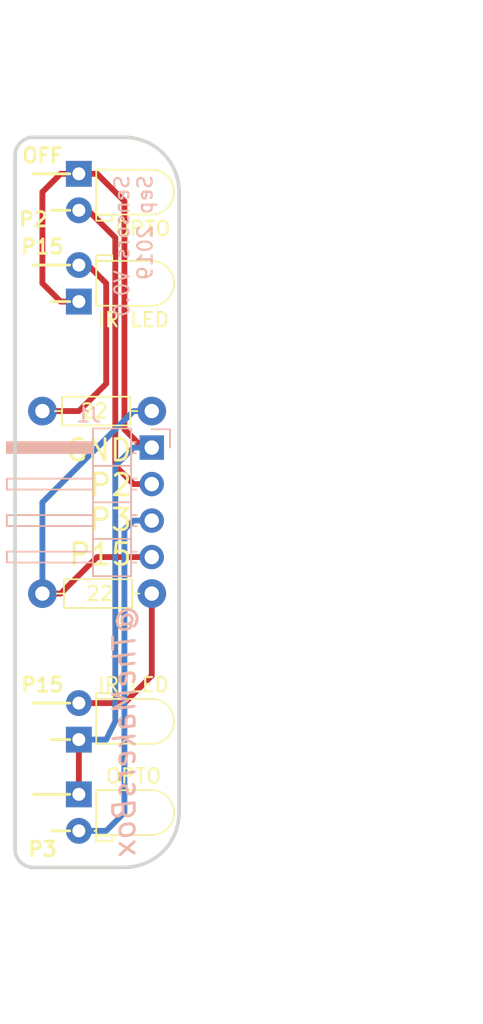
<source format=kicad_pcb>
(kicad_pcb (version 4) (host pcbnew 4.0.7)

  (general
    (links 10)
    (no_connects 0)
    (area 148.462999 63.372999 160.147001 114.427001)
    (thickness 1.6)
    (drawings 23)
    (tracks 40)
    (zones 0)
    (modules 9)
    (nets 7)
  )

  (page USLetter)
  (title_block
    (title "Itsy Robot Board")
    (date 2018-04-28)
    (rev 0.3)
    (company www.MakersBox.us)
    (comment 1 "K. Olsen")
  )

  (layers
    (0 F.Cu signal)
    (31 B.Cu signal)
    (34 B.Paste user)
    (35 F.Paste user)
    (36 B.SilkS user)
    (37 F.SilkS user)
    (38 B.Mask user)
    (39 F.Mask user)
    (40 Dwgs.User user)
    (44 Edge.Cuts user)
    (49 F.Fab user)
  )

  (setup
    (last_trace_width 0.1524)
    (user_trace_width 0.254)
    (user_trace_width 0.3048)
    (user_trace_width 0.4064)
    (user_trace_width 0.6096)
    (user_trace_width 2.032)
    (trace_clearance 0.1524)
    (zone_clearance 1)
    (zone_45_only no)
    (trace_min 0.1524)
    (segment_width 0.254)
    (edge_width 0.254)
    (via_size 0.6858)
    (via_drill 0.3302)
    (via_min_size 0.6858)
    (via_min_drill 0.3302)
    (user_via 1 0.5)
    (uvia_size 0.762)
    (uvia_drill 0.508)
    (uvias_allowed no)
    (uvia_min_size 0.508)
    (uvia_min_drill 0.127)
    (pcb_text_width 0.3)
    (pcb_text_size 1.5 1.5)
    (mod_edge_width 0.15)
    (mod_text_size 1 1)
    (mod_text_width 0.15)
    (pad_size 2 1.778)
    (pad_drill 1)
    (pad_to_mask_clearance 0)
    (aux_axis_origin 0 0)
    (grid_origin 210.82 95.25)
    (visible_elements 7FFFFFFF)
    (pcbplotparams
      (layerselection 0x010f0_80000001)
      (usegerberextensions true)
      (excludeedgelayer true)
      (linewidth 0.100000)
      (plotframeref false)
      (viasonmask false)
      (mode 1)
      (useauxorigin false)
      (hpglpennumber 1)
      (hpglpenspeed 20)
      (hpglpendiameter 15)
      (hpglpenoverlay 2)
      (psnegative false)
      (psa4output false)
      (plotreference true)
      (plotvalue true)
      (plotinvisibletext false)
      (padsonsilk false)
      (subtractmaskfromsilk false)
      (outputformat 1)
      (mirror false)
      (drillshape 0)
      (scaleselection 1)
      (outputdirectory gerbers/))
  )

  (net 0 "")
  (net 1 GND)
  (net 2 "Net-(D2-Pad2)")
  (net 3 "Net-(D5-Pad2)")
  (net 4 /P3)
  (net 5 /P2)
  (net 6 "Net-(J1-Pad4)")

  (net_class Default "This is the default net class."
    (clearance 0.1524)
    (trace_width 0.1524)
    (via_dia 0.6858)
    (via_drill 0.3302)
    (uvia_dia 0.762)
    (uvia_drill 0.508)
    (add_net /P2)
    (add_net /P3)
    (add_net GND)
    (add_net "Net-(D2-Pad2)")
    (add_net "Net-(D5-Pad2)")
    (add_net "Net-(J1-Pad4)")
  )

  (module library:OPTO_D3.0mm_RA (layer F.Cu) (tedit 5D7EB076) (tstamp 59FA757D)
    (at 153.035 111.76 90)
    (descr "LED, diameter 3.0mm z-position of LED center 2.0mm, 2 pins")
    (tags "LED diameter 3.0mm z-position of LED center 2.0mm 2 pins")
    (path /59FA7468)
    (fp_text reference Q2 (at 1.27 2.54 90) (layer F.SilkS) hide
      (effects (font (size 1 1) (thickness 0.15)))
    )
    (fp_text value OPTO (at 3.81 3.81 180) (layer F.SilkS)
      (effects (font (size 1 1) (thickness 0.15)))
    )
    (fp_line (start 2.54 -2.54) (end 2.54 -3.175) (layer F.SilkS) (width 0.2))
    (fp_line (start 0 -0.635) (end 0 -1.905) (layer F.SilkS) (width 0.2))
    (fp_line (start 2.54 -0.635) (end 2.54 -2.54) (layer F.SilkS) (width 0.2))
    (fp_arc (start 1.27 5.07) (end -0.23 5.07) (angle -180) (layer F.Fab) (width 0.1))
    (fp_arc (start 1.27 5.07) (end -0.29 5.07) (angle -180) (layer F.SilkS) (width 0.12))
    (fp_line (start -0.23 1.27) (end -0.23 5.07) (layer F.Fab) (width 0.1))
    (fp_line (start 2.77 1.27) (end 2.77 5.07) (layer F.Fab) (width 0.1))
    (fp_line (start -0.23 1.27) (end 2.77 1.27) (layer F.Fab) (width 0.1))
    (fp_line (start -0.386 1.27) (end -0.386 2.27) (layer F.Fab) (width 0.1))
    (fp_line (start -0.386 2.27) (end -0.786 2.27) (layer F.Fab) (width 0.1))
    (fp_line (start -0.786 2.27) (end -0.786 1.27) (layer F.Fab) (width 0.1))
    (fp_line (start -0.786 1.27) (end -0.386 1.27) (layer F.Fab) (width 0.1))
    (fp_line (start 0 0) (end 0 1.27) (layer F.Fab) (width 0.1))
    (fp_line (start 0 1.27) (end 0 1.27) (layer F.Fab) (width 0.1))
    (fp_line (start 0 1.27) (end 0 0) (layer F.Fab) (width 0.1))
    (fp_line (start 0 0) (end 0 0) (layer F.Fab) (width 0.1))
    (fp_line (start 2.54 0) (end 2.54 1.27) (layer F.Fab) (width 0.1))
    (fp_line (start 2.54 1.27) (end 2.54 0) (layer F.Fab) (width 0.1))
    (fp_line (start 2.54 0) (end 2.54 0) (layer F.Fab) (width 0.1))
    (fp_line (start -0.29 1.21) (end -0.29 5.07) (layer F.SilkS) (width 0.12))
    (fp_line (start 2.83 1.21) (end 2.83 5.07) (layer F.SilkS) (width 0.12))
    (fp_line (start -0.29 1.21) (end 2.83 1.21) (layer F.SilkS) (width 0.12))
    (fp_line (start -0.326 1.21) (end -0.326 2.33) (layer F.SilkS) (width 0.12))
    (fp_line (start -0.326 2.33) (end -0.726 2.33) (layer F.SilkS) (width 0.12))
    (fp_line (start -0.726 2.33) (end -0.726 1.21) (layer F.SilkS) (width 0.12))
    (fp_line (start -0.726 1.21) (end -0.326 1.21) (layer F.SilkS) (width 0.12))
    (fp_line (start 0 1.08) (end 0 1.21) (layer F.SilkS) (width 0.12))
    (fp_line (start 0 1.21) (end 0 1.21) (layer F.SilkS) (width 0.12))
    (fp_line (start 0 1.21) (end 0 1.08) (layer F.SilkS) (width 0.12))
    (fp_line (start 0 1.08) (end 0 1.08) (layer F.SilkS) (width 0.12))
    (fp_line (start -1.25 -1.25) (end -1.25 6.9) (layer F.CrtYd) (width 0.05))
    (fp_line (start -1.25 6.9) (end 3.75 6.9) (layer F.CrtYd) (width 0.05))
    (fp_line (start 3.75 6.9) (end 3.75 -1.25) (layer F.CrtYd) (width 0.05))
    (fp_line (start 3.75 -1.25) (end -1.25 -1.25) (layer F.CrtYd) (width 0.05))
    (pad 1 thru_hole rect (at 2.54 0 90) (size 1.8 1.8) (drill 0.9) (layers *.Cu *.Mask)
      (net 1 GND))
    (pad 3 thru_hole circle (at 0 0 90) (size 1.8 1.8) (drill 0.9) (layers *.Cu *.Mask)
      (net 4 /P3))
    (model ${KISYS3DMOD}/LEDs.3dshapes/LED_D3.0mm_Horizontal_O1.27mm_Z2.0mm.wrl
      (at (xyz 0 0 0))
      (scale (xyz 0.393701 0.393701 0.393701))
      (rotate (xyz 0 0 0))
    )
  )

  (module library:LED_D3.0mm_RA (layer F.Cu) (tedit 5D7EB083) (tstamp 5D6719E2)
    (at 153.035 105.41 90)
    (descr "LED, diameter 3.0mm z-position of LED center 2.0mm, 2 pins")
    (tags "LED diameter 3.0mm z-position of LED center 2.0mm 2 pins")
    (path /59FA769F)
    (fp_text reference D2 (at 1.27 2.54 90) (layer F.SilkS) hide
      (effects (font (size 1 1) (thickness 0.15)))
    )
    (fp_text value IR_LED (at 3.81 3.81 180) (layer F.SilkS)
      (effects (font (size 1 1) (thickness 0.15)))
    )
    (fp_line (start 2.54 -2.54) (end 2.54 -3.175) (layer F.SilkS) (width 0.2))
    (fp_line (start 0 -0.635) (end 0 -1.905) (layer F.SilkS) (width 0.2))
    (fp_line (start 2.54 -0.635) (end 2.54 -2.54) (layer F.SilkS) (width 0.2))
    (fp_arc (start 1.27 5.07) (end -0.23 5.07) (angle -180) (layer F.Fab) (width 0.1))
    (fp_arc (start 1.27 5.07) (end -0.29 5.07) (angle -180) (layer F.SilkS) (width 0.12))
    (fp_line (start -0.23 1.27) (end -0.23 5.07) (layer F.Fab) (width 0.1))
    (fp_line (start 2.77 1.27) (end 2.77 5.07) (layer F.Fab) (width 0.1))
    (fp_line (start -0.23 1.27) (end 2.77 1.27) (layer F.Fab) (width 0.1))
    (fp_line (start 3.17 1.27) (end 3.17 2.27) (layer F.Fab) (width 0.1))
    (fp_line (start 3.17 2.27) (end 2.77 2.27) (layer F.Fab) (width 0.1))
    (fp_line (start 2.77 2.27) (end 2.77 1.27) (layer F.Fab) (width 0.1))
    (fp_line (start 2.77 1.27) (end 3.17 1.27) (layer F.Fab) (width 0.1))
    (fp_line (start 0 0) (end 0 1.27) (layer F.Fab) (width 0.1))
    (fp_line (start 0 1.27) (end 0 0) (layer F.Fab) (width 0.1))
    (fp_line (start 0 0) (end 0 0) (layer F.Fab) (width 0.1))
    (fp_line (start 2.54 0) (end 2.54 1.27) (layer F.Fab) (width 0.1))
    (fp_line (start 2.54 1.27) (end 2.54 0) (layer F.Fab) (width 0.1))
    (fp_line (start 2.54 0) (end 2.54 0) (layer F.Fab) (width 0.1))
    (fp_line (start -0.29 1.21) (end -0.29 5.07) (layer F.SilkS) (width 0.12))
    (fp_line (start 2.83 1.21) (end 2.83 5.07) (layer F.SilkS) (width 0.12))
    (fp_line (start -0.29 1.21) (end 2.83 1.21) (layer F.SilkS) (width 0.12))
    (fp_line (start 3.23 1.21) (end 3.23 2.33) (layer F.SilkS) (width 0.12))
    (fp_line (start 3.23 2.33) (end 2.83 2.33) (layer F.SilkS) (width 0.12))
    (fp_line (start 2.83 2.33) (end 2.83 1.21) (layer F.SilkS) (width 0.12))
    (fp_line (start 2.83 1.21) (end 3.23 1.21) (layer F.SilkS) (width 0.12))
    (fp_line (start -1.25 -1.25) (end -1.25 6.9) (layer F.CrtYd) (width 0.05))
    (fp_line (start -1.25 6.9) (end 3.75 6.9) (layer F.CrtYd) (width 0.05))
    (fp_line (start 3.75 6.9) (end 3.75 -1.25) (layer F.CrtYd) (width 0.05))
    (fp_line (start 3.75 -1.25) (end -1.25 -1.25) (layer F.CrtYd) (width 0.05))
    (pad 1 thru_hole rect (at 0 0 90) (size 1.8 1.8) (drill 0.9) (layers *.Cu *.Mask)
      (net 1 GND))
    (pad 2 thru_hole circle (at 2.54 0 90) (size 1.8 1.8) (drill 0.9) (layers *.Cu *.Mask)
      (net 2 "Net-(D2-Pad2)"))
    (model ${KISYS3DMOD}/LEDs.3dshapes/LED_D3.0mm_Horizontal_O1.27mm_Z2.0mm.wrl
      (at (xyz 0 0 0))
      (scale (xyz 0.393701 0.393701 0.393701))
      (rotate (xyz 0 0 0))
    )
  )

  (module library:Lego_Pad (layer F.Cu) (tedit 59BB65D8) (tstamp 5D672747)
    (at 151.765 99.06)
    (descr "Through hole pin header")
    (tags "pin header")
    (fp_text reference P9 (at 0 0) (layer F.SilkS) hide
      (effects (font (size 1 1) (thickness 0.15)))
    )
    (fp_text value CONN_01X01 (at 0 -1.27) (layer F.Fab) hide
      (effects (font (size 0.127 0.127) (thickness 0.03175)))
    )
    (pad "" np_thru_hole circle (at 0 0) (size 3.25 3.25) (drill 3.25) (layers *.Cu *.Mask))
  )

  (module library:Lego_Pad (layer F.Cu) (tedit 59BB65F8) (tstamp 59BD6DC0)
    (at 151.765 78.74)
    (descr "Through hole pin header")
    (tags "pin header")
    (fp_text reference P9 (at 0 0) (layer F.SilkS) hide
      (effects (font (size 1 1) (thickness 0.15)))
    )
    (fp_text value CONN_01X01 (at 0 -1.27) (layer F.Fab) hide
      (effects (font (size 0.127 0.127) (thickness 0.03175)))
    )
    (pad "" np_thru_hole circle (at 0 0) (size 3.25 3.25) (drill 3.25) (layers *.Cu *.Mask))
    (model Pin_Headers.3dshapes/Pin_Header_Straight_1x01.wrl
      (at (xyz 0 0 0))
      (scale (xyz 1 1 1))
      (rotate (xyz 0 0 90))
    )
  )

  (module library:R__7.62mm (layer F.Cu) (tedit 5D680CDD) (tstamp 59FA7595)
    (at 154.305 82.55 180)
    (descr "Resistor, Axial_DIN0204 series, Axial, Horizontal, pin pitch=7.62mm, 0.16666666666666666W = 1/6W, length*diameter=3.6*1.6mm^2, http://cdn-reichelt.de/documents/datenblatt/B400/1_4W%23YAG.pdf")
    (tags "Resistor Axial_DIN0204 series Axial Horizontal pin pitch 7.62mm 0.16666666666666666W = 1/6W length 3.6mm diameter 1.6mm")
    (path /59FA7FFE)
    (fp_text reference R5 (at 0 -1.86 180) (layer F.SilkS) hide
      (effects (font (size 1 1) (thickness 0.15)))
    )
    (fp_text value 22 (at 0.19 0 180) (layer F.SilkS)
      (effects (font (size 1 1) (thickness 0.15)))
    )
    (fp_line (start 2.44 0) (end 2.94 0) (layer F.SilkS) (width 0.12))
    (fp_line (start -2.31 0) (end -2.81 0) (layer F.SilkS) (width 0.12))
    (fp_line (start -2.31 -1) (end -2.31 1) (layer F.SilkS) (width 0.12))
    (fp_line (start -2.31 1) (end 2.44 1) (layer F.SilkS) (width 0.12))
    (fp_line (start 2.44 1) (end 2.44 -1) (layer F.SilkS) (width 0.12))
    (fp_line (start 2.44 -1) (end -2.31 -1) (layer F.SilkS) (width 0.12))
    (fp_line (start -1.8 -0.8) (end -1.8 0.8) (layer F.Fab) (width 0.1))
    (fp_line (start -1.8 0.8) (end 1.8 0.8) (layer F.Fab) (width 0.1))
    (fp_line (start 1.8 0.8) (end 1.8 -0.8) (layer F.Fab) (width 0.1))
    (fp_line (start 1.8 -0.8) (end -1.8 -0.8) (layer F.Fab) (width 0.1))
    (fp_line (start -3.81 0) (end -1.8 0) (layer F.Fab) (width 0.1))
    (fp_line (start 3.81 0) (end 1.8 0) (layer F.Fab) (width 0.1))
    (fp_line (start -4.76 -1.15) (end -4.76 1.15) (layer F.CrtYd) (width 0.05))
    (fp_line (start -4.76 1.15) (end 4.79 1.15) (layer F.CrtYd) (width 0.05))
    (fp_line (start 4.79 1.15) (end 4.79 -1.15) (layer F.CrtYd) (width 0.05))
    (fp_line (start 4.79 -1.15) (end -4.76 -1.15) (layer F.CrtYd) (width 0.05))
    (pad 1 thru_hole circle (at -3.81 0 180) (size 2 2) (drill 1) (layers *.Cu *.Mask)
      (net 6 "Net-(J1-Pad4)"))
    (pad 2 thru_hole circle (at 3.81 0 180) (size 2 2) (drill 1) (layers *.Cu *.Mask)
      (net 3 "Net-(D5-Pad2)"))
    (model ${KISYS3DMOD}/Resistors_THT.3dshapes/R_Axial_DIN0204_L3.6mm_D1.6mm_P7.62mm_Horizontal.wrl
      (at (xyz 0 0 0))
      (scale (xyz 0.393701 0.393701 0.393701))
      (rotate (xyz 0 0 0))
    )
  )

  (module library:R__7.62mm (layer F.Cu) (tedit 5D680CDD) (tstamp 59FA7583)
    (at 154.305 95.25)
    (descr "Resistor, Axial_DIN0204 series, Axial, Horizontal, pin pitch=7.62mm, 0.16666666666666666W = 1/6W, length*diameter=3.6*1.6mm^2, http://cdn-reichelt.de/documents/datenblatt/B400/1_4W%23YAG.pdf")
    (tags "Resistor Axial_DIN0204 series Axial Horizontal pin pitch 7.62mm 0.16666666666666666W = 1/6W length 3.6mm diameter 1.6mm")
    (path /59FA7F9D)
    (fp_text reference R2 (at 0 -1.86) (layer F.SilkS) hide
      (effects (font (size 1 1) (thickness 0.15)))
    )
    (fp_text value 22 (at 0.19 0) (layer F.SilkS)
      (effects (font (size 1 1) (thickness 0.15)))
    )
    (fp_line (start 2.44 0) (end 2.94 0) (layer F.SilkS) (width 0.12))
    (fp_line (start -2.31 0) (end -2.81 0) (layer F.SilkS) (width 0.12))
    (fp_line (start -2.31 -1) (end -2.31 1) (layer F.SilkS) (width 0.12))
    (fp_line (start -2.31 1) (end 2.44 1) (layer F.SilkS) (width 0.12))
    (fp_line (start 2.44 1) (end 2.44 -1) (layer F.SilkS) (width 0.12))
    (fp_line (start 2.44 -1) (end -2.31 -1) (layer F.SilkS) (width 0.12))
    (fp_line (start -1.8 -0.8) (end -1.8 0.8) (layer F.Fab) (width 0.1))
    (fp_line (start -1.8 0.8) (end 1.8 0.8) (layer F.Fab) (width 0.1))
    (fp_line (start 1.8 0.8) (end 1.8 -0.8) (layer F.Fab) (width 0.1))
    (fp_line (start 1.8 -0.8) (end -1.8 -0.8) (layer F.Fab) (width 0.1))
    (fp_line (start -3.81 0) (end -1.8 0) (layer F.Fab) (width 0.1))
    (fp_line (start 3.81 0) (end 1.8 0) (layer F.Fab) (width 0.1))
    (fp_line (start -4.76 -1.15) (end -4.76 1.15) (layer F.CrtYd) (width 0.05))
    (fp_line (start -4.76 1.15) (end 4.79 1.15) (layer F.CrtYd) (width 0.05))
    (fp_line (start 4.79 1.15) (end 4.79 -1.15) (layer F.CrtYd) (width 0.05))
    (fp_line (start 4.79 -1.15) (end -4.76 -1.15) (layer F.CrtYd) (width 0.05))
    (pad 1 thru_hole circle (at -3.81 0) (size 2 2) (drill 1) (layers *.Cu *.Mask)
      (net 6 "Net-(J1-Pad4)"))
    (pad 2 thru_hole circle (at 3.81 0) (size 2 2) (drill 1) (layers *.Cu *.Mask)
      (net 2 "Net-(D2-Pad2)"))
    (model ${KISYS3DMOD}/Resistors_THT.3dshapes/R_Axial_DIN0204_L3.6mm_D1.6mm_P7.62mm_Horizontal.wrl
      (at (xyz 0 0 0))
      (scale (xyz 0.393701 0.393701 0.393701))
      (rotate (xyz 0 0 0))
    )
  )

  (module Pin_Headers:Pin_Header_Angled_1x04_Pitch2.54mm (layer B.Cu) (tedit 59650532) (tstamp 5D7DC113)
    (at 158.115 85.09 180)
    (descr "Through hole angled pin header, 1x04, 2.54mm pitch, 6mm pin length, single row")
    (tags "Through hole angled pin header THT 1x04 2.54mm single row")
    (path /5D7DD377)
    (fp_text reference J1 (at 4.385 2.27 180) (layer B.SilkS)
      (effects (font (size 1 1) (thickness 0.15)) (justify mirror))
    )
    (fp_text value Sensors (at 4.385 -9.89 180) (layer B.Fab)
      (effects (font (size 1 1) (thickness 0.15)) (justify mirror))
    )
    (fp_line (start 2.135 1.27) (end 4.04 1.27) (layer B.Fab) (width 0.1))
    (fp_line (start 4.04 1.27) (end 4.04 -8.89) (layer B.Fab) (width 0.1))
    (fp_line (start 4.04 -8.89) (end 1.5 -8.89) (layer B.Fab) (width 0.1))
    (fp_line (start 1.5 -8.89) (end 1.5 0.635) (layer B.Fab) (width 0.1))
    (fp_line (start 1.5 0.635) (end 2.135 1.27) (layer B.Fab) (width 0.1))
    (fp_line (start -0.32 0.32) (end 1.5 0.32) (layer B.Fab) (width 0.1))
    (fp_line (start -0.32 0.32) (end -0.32 -0.32) (layer B.Fab) (width 0.1))
    (fp_line (start -0.32 -0.32) (end 1.5 -0.32) (layer B.Fab) (width 0.1))
    (fp_line (start 4.04 0.32) (end 10.04 0.32) (layer B.Fab) (width 0.1))
    (fp_line (start 10.04 0.32) (end 10.04 -0.32) (layer B.Fab) (width 0.1))
    (fp_line (start 4.04 -0.32) (end 10.04 -0.32) (layer B.Fab) (width 0.1))
    (fp_line (start -0.32 -2.22) (end 1.5 -2.22) (layer B.Fab) (width 0.1))
    (fp_line (start -0.32 -2.22) (end -0.32 -2.86) (layer B.Fab) (width 0.1))
    (fp_line (start -0.32 -2.86) (end 1.5 -2.86) (layer B.Fab) (width 0.1))
    (fp_line (start 4.04 -2.22) (end 10.04 -2.22) (layer B.Fab) (width 0.1))
    (fp_line (start 10.04 -2.22) (end 10.04 -2.86) (layer B.Fab) (width 0.1))
    (fp_line (start 4.04 -2.86) (end 10.04 -2.86) (layer B.Fab) (width 0.1))
    (fp_line (start -0.32 -4.76) (end 1.5 -4.76) (layer B.Fab) (width 0.1))
    (fp_line (start -0.32 -4.76) (end -0.32 -5.4) (layer B.Fab) (width 0.1))
    (fp_line (start -0.32 -5.4) (end 1.5 -5.4) (layer B.Fab) (width 0.1))
    (fp_line (start 4.04 -4.76) (end 10.04 -4.76) (layer B.Fab) (width 0.1))
    (fp_line (start 10.04 -4.76) (end 10.04 -5.4) (layer B.Fab) (width 0.1))
    (fp_line (start 4.04 -5.4) (end 10.04 -5.4) (layer B.Fab) (width 0.1))
    (fp_line (start -0.32 -7.3) (end 1.5 -7.3) (layer B.Fab) (width 0.1))
    (fp_line (start -0.32 -7.3) (end -0.32 -7.94) (layer B.Fab) (width 0.1))
    (fp_line (start -0.32 -7.94) (end 1.5 -7.94) (layer B.Fab) (width 0.1))
    (fp_line (start 4.04 -7.3) (end 10.04 -7.3) (layer B.Fab) (width 0.1))
    (fp_line (start 10.04 -7.3) (end 10.04 -7.94) (layer B.Fab) (width 0.1))
    (fp_line (start 4.04 -7.94) (end 10.04 -7.94) (layer B.Fab) (width 0.1))
    (fp_line (start 1.44 1.33) (end 1.44 -8.95) (layer B.SilkS) (width 0.12))
    (fp_line (start 1.44 -8.95) (end 4.1 -8.95) (layer B.SilkS) (width 0.12))
    (fp_line (start 4.1 -8.95) (end 4.1 1.33) (layer B.SilkS) (width 0.12))
    (fp_line (start 4.1 1.33) (end 1.44 1.33) (layer B.SilkS) (width 0.12))
    (fp_line (start 4.1 0.38) (end 10.1 0.38) (layer B.SilkS) (width 0.12))
    (fp_line (start 10.1 0.38) (end 10.1 -0.38) (layer B.SilkS) (width 0.12))
    (fp_line (start 10.1 -0.38) (end 4.1 -0.38) (layer B.SilkS) (width 0.12))
    (fp_line (start 4.1 0.32) (end 10.1 0.32) (layer B.SilkS) (width 0.12))
    (fp_line (start 4.1 0.2) (end 10.1 0.2) (layer B.SilkS) (width 0.12))
    (fp_line (start 4.1 0.08) (end 10.1 0.08) (layer B.SilkS) (width 0.12))
    (fp_line (start 4.1 -0.04) (end 10.1 -0.04) (layer B.SilkS) (width 0.12))
    (fp_line (start 4.1 -0.16) (end 10.1 -0.16) (layer B.SilkS) (width 0.12))
    (fp_line (start 4.1 -0.28) (end 10.1 -0.28) (layer B.SilkS) (width 0.12))
    (fp_line (start 1.11 0.38) (end 1.44 0.38) (layer B.SilkS) (width 0.12))
    (fp_line (start 1.11 -0.38) (end 1.44 -0.38) (layer B.SilkS) (width 0.12))
    (fp_line (start 1.44 -1.27) (end 4.1 -1.27) (layer B.SilkS) (width 0.12))
    (fp_line (start 4.1 -2.16) (end 10.1 -2.16) (layer B.SilkS) (width 0.12))
    (fp_line (start 10.1 -2.16) (end 10.1 -2.92) (layer B.SilkS) (width 0.12))
    (fp_line (start 10.1 -2.92) (end 4.1 -2.92) (layer B.SilkS) (width 0.12))
    (fp_line (start 1.042929 -2.16) (end 1.44 -2.16) (layer B.SilkS) (width 0.12))
    (fp_line (start 1.042929 -2.92) (end 1.44 -2.92) (layer B.SilkS) (width 0.12))
    (fp_line (start 1.44 -3.81) (end 4.1 -3.81) (layer B.SilkS) (width 0.12))
    (fp_line (start 4.1 -4.7) (end 10.1 -4.7) (layer B.SilkS) (width 0.12))
    (fp_line (start 10.1 -4.7) (end 10.1 -5.46) (layer B.SilkS) (width 0.12))
    (fp_line (start 10.1 -5.46) (end 4.1 -5.46) (layer B.SilkS) (width 0.12))
    (fp_line (start 1.042929 -4.7) (end 1.44 -4.7) (layer B.SilkS) (width 0.12))
    (fp_line (start 1.042929 -5.46) (end 1.44 -5.46) (layer B.SilkS) (width 0.12))
    (fp_line (start 1.44 -6.35) (end 4.1 -6.35) (layer B.SilkS) (width 0.12))
    (fp_line (start 4.1 -7.24) (end 10.1 -7.24) (layer B.SilkS) (width 0.12))
    (fp_line (start 10.1 -7.24) (end 10.1 -8) (layer B.SilkS) (width 0.12))
    (fp_line (start 10.1 -8) (end 4.1 -8) (layer B.SilkS) (width 0.12))
    (fp_line (start 1.042929 -7.24) (end 1.44 -7.24) (layer B.SilkS) (width 0.12))
    (fp_line (start 1.042929 -8) (end 1.44 -8) (layer B.SilkS) (width 0.12))
    (fp_line (start -1.27 0) (end -1.27 1.27) (layer B.SilkS) (width 0.12))
    (fp_line (start -1.27 1.27) (end 0 1.27) (layer B.SilkS) (width 0.12))
    (fp_line (start -1.8 1.8) (end -1.8 -9.4) (layer B.CrtYd) (width 0.05))
    (fp_line (start -1.8 -9.4) (end 10.55 -9.4) (layer B.CrtYd) (width 0.05))
    (fp_line (start 10.55 -9.4) (end 10.55 1.8) (layer B.CrtYd) (width 0.05))
    (fp_line (start 10.55 1.8) (end -1.8 1.8) (layer B.CrtYd) (width 0.05))
    (fp_text user %R (at 2.77 -3.81 450) (layer B.Fab)
      (effects (font (size 1 1) (thickness 0.15)) (justify mirror))
    )
    (pad 1 thru_hole rect (at 0 0 180) (size 1.7 1.7) (drill 1) (layers *.Cu *.Mask)
      (net 1 GND))
    (pad 2 thru_hole oval (at 0 -2.54 180) (size 1.7 1.7) (drill 1) (layers *.Cu *.Mask)
      (net 5 /P2))
    (pad 3 thru_hole oval (at 0 -5.08 180) (size 1.7 1.7) (drill 1) (layers *.Cu *.Mask)
      (net 4 /P3))
    (pad 4 thru_hole oval (at 0 -7.62 180) (size 1.7 1.7) (drill 1) (layers *.Cu *.Mask)
      (net 6 "Net-(J1-Pad4)"))
    (model ${KISYS3DMOD}/Pin_Headers.3dshapes/Pin_Header_Angled_1x04_Pitch2.54mm.wrl
      (at (xyz 0 0 0))
      (scale (xyz 1 1 1))
      (rotate (xyz 0 0 0))
    )
  )

  (module library:LED_D3.0mm_RA (layer F.Cu) (tedit 5D7EB05C) (tstamp 5D6719F2)
    (at 153.035 74.93 90)
    (descr "LED, diameter 3.0mm z-position of LED center 2.0mm, 2 pins")
    (tags "LED diameter 3.0mm z-position of LED center 2.0mm 2 pins")
    (path /59FA75F8)
    (fp_text reference D5 (at 1.27 2.54 90) (layer F.SilkS) hide
      (effects (font (size 1 1) (thickness 0.15)))
    )
    (fp_text value "IR LED" (at -1.27 3.81 180) (layer F.SilkS)
      (effects (font (size 1 1) (thickness 0.15)))
    )
    (fp_line (start 2.54 -2.54) (end 2.54 -3.175) (layer F.SilkS) (width 0.2))
    (fp_line (start 0 -0.635) (end 0 -1.905) (layer F.SilkS) (width 0.2))
    (fp_line (start 2.54 -0.635) (end 2.54 -2.54) (layer F.SilkS) (width 0.2))
    (fp_arc (start 1.27 5.07) (end -0.23 5.07) (angle -180) (layer F.Fab) (width 0.1))
    (fp_arc (start 1.27 5.07) (end -0.29 5.07) (angle -180) (layer F.SilkS) (width 0.12))
    (fp_line (start -0.23 1.27) (end -0.23 5.07) (layer F.Fab) (width 0.1))
    (fp_line (start 2.77 1.27) (end 2.77 5.07) (layer F.Fab) (width 0.1))
    (fp_line (start -0.23 1.27) (end 2.77 1.27) (layer F.Fab) (width 0.1))
    (fp_line (start 3.17 1.27) (end 3.17 2.27) (layer F.Fab) (width 0.1))
    (fp_line (start 3.17 2.27) (end 2.77 2.27) (layer F.Fab) (width 0.1))
    (fp_line (start 2.77 2.27) (end 2.77 1.27) (layer F.Fab) (width 0.1))
    (fp_line (start 2.77 1.27) (end 3.17 1.27) (layer F.Fab) (width 0.1))
    (fp_line (start 0 0) (end 0 1.27) (layer F.Fab) (width 0.1))
    (fp_line (start 0 1.27) (end 0 0) (layer F.Fab) (width 0.1))
    (fp_line (start 0 0) (end 0 0) (layer F.Fab) (width 0.1))
    (fp_line (start 2.54 0) (end 2.54 1.27) (layer F.Fab) (width 0.1))
    (fp_line (start 2.54 1.27) (end 2.54 0) (layer F.Fab) (width 0.1))
    (fp_line (start 2.54 0) (end 2.54 0) (layer F.Fab) (width 0.1))
    (fp_line (start -0.29 1.21) (end -0.29 5.07) (layer F.SilkS) (width 0.12))
    (fp_line (start 2.83 1.21) (end 2.83 5.07) (layer F.SilkS) (width 0.12))
    (fp_line (start -0.29 1.21) (end 2.83 1.21) (layer F.SilkS) (width 0.12))
    (fp_line (start 3.23 1.21) (end 3.23 2.33) (layer F.SilkS) (width 0.12))
    (fp_line (start 3.23 2.33) (end 2.83 2.33) (layer F.SilkS) (width 0.12))
    (fp_line (start 2.83 2.33) (end 2.83 1.21) (layer F.SilkS) (width 0.12))
    (fp_line (start 2.83 1.21) (end 3.23 1.21) (layer F.SilkS) (width 0.12))
    (fp_line (start -1.25 -1.25) (end -1.25 6.9) (layer F.CrtYd) (width 0.05))
    (fp_line (start -1.25 6.9) (end 3.75 6.9) (layer F.CrtYd) (width 0.05))
    (fp_line (start 3.75 6.9) (end 3.75 -1.25) (layer F.CrtYd) (width 0.05))
    (fp_line (start 3.75 -1.25) (end -1.25 -1.25) (layer F.CrtYd) (width 0.05))
    (pad 1 thru_hole rect (at 0 0 90) (size 1.8 1.8) (drill 0.9) (layers *.Cu *.Mask)
      (net 1 GND))
    (pad 2 thru_hole circle (at 2.54 0 90) (size 1.8 1.8) (drill 0.9) (layers *.Cu *.Mask)
      (net 3 "Net-(D5-Pad2)"))
    (model ${KISYS3DMOD}/LEDs.3dshapes/LED_D3.0mm_Horizontal_O1.27mm_Z2.0mm.wrl
      (at (xyz 0 0 0))
      (scale (xyz 0.393701 0.393701 0.393701))
      (rotate (xyz 0 0 0))
    )
  )

  (module library:OPTO_D3.0mm_RA (layer F.Cu) (tedit 5D7EB04C) (tstamp 5D671A53)
    (at 153.035 68.58 90)
    (descr "LED, diameter 3.0mm z-position of LED center 2.0mm, 2 pins")
    (tags "LED diameter 3.0mm z-position of LED center 2.0mm 2 pins")
    (path /59FA7423)
    (fp_text reference Q1 (at 1.27 2.54 90) (layer F.SilkS) hide
      (effects (font (size 1 1) (thickness 0.15)))
    )
    (fp_text value OPTO (at -1.27 4.445 180) (layer F.SilkS)
      (effects (font (size 1 1) (thickness 0.15)))
    )
    (fp_line (start 2.54 -2.54) (end 2.54 -3.175) (layer F.SilkS) (width 0.2))
    (fp_line (start 0 -0.635) (end 0 -1.905) (layer F.SilkS) (width 0.2))
    (fp_line (start 2.54 -0.635) (end 2.54 -2.54) (layer F.SilkS) (width 0.2))
    (fp_arc (start 1.27 5.07) (end -0.23 5.07) (angle -180) (layer F.Fab) (width 0.1))
    (fp_arc (start 1.27 5.07) (end -0.29 5.07) (angle -180) (layer F.SilkS) (width 0.12))
    (fp_line (start -0.23 1.27) (end -0.23 5.07) (layer F.Fab) (width 0.1))
    (fp_line (start 2.77 1.27) (end 2.77 5.07) (layer F.Fab) (width 0.1))
    (fp_line (start -0.23 1.27) (end 2.77 1.27) (layer F.Fab) (width 0.1))
    (fp_line (start -0.386 1.27) (end -0.386 2.27) (layer F.Fab) (width 0.1))
    (fp_line (start -0.386 2.27) (end -0.786 2.27) (layer F.Fab) (width 0.1))
    (fp_line (start -0.786 2.27) (end -0.786 1.27) (layer F.Fab) (width 0.1))
    (fp_line (start -0.786 1.27) (end -0.386 1.27) (layer F.Fab) (width 0.1))
    (fp_line (start 0 0) (end 0 1.27) (layer F.Fab) (width 0.1))
    (fp_line (start 0 1.27) (end 0 1.27) (layer F.Fab) (width 0.1))
    (fp_line (start 0 1.27) (end 0 0) (layer F.Fab) (width 0.1))
    (fp_line (start 0 0) (end 0 0) (layer F.Fab) (width 0.1))
    (fp_line (start 2.54 0) (end 2.54 1.27) (layer F.Fab) (width 0.1))
    (fp_line (start 2.54 1.27) (end 2.54 0) (layer F.Fab) (width 0.1))
    (fp_line (start 2.54 0) (end 2.54 0) (layer F.Fab) (width 0.1))
    (fp_line (start -0.29 1.21) (end -0.29 5.07) (layer F.SilkS) (width 0.12))
    (fp_line (start 2.83 1.21) (end 2.83 5.07) (layer F.SilkS) (width 0.12))
    (fp_line (start -0.29 1.21) (end 2.83 1.21) (layer F.SilkS) (width 0.12))
    (fp_line (start -0.326 1.21) (end -0.326 2.33) (layer F.SilkS) (width 0.12))
    (fp_line (start -0.326 2.33) (end -0.726 2.33) (layer F.SilkS) (width 0.12))
    (fp_line (start -0.726 2.33) (end -0.726 1.21) (layer F.SilkS) (width 0.12))
    (fp_line (start -0.726 1.21) (end -0.326 1.21) (layer F.SilkS) (width 0.12))
    (fp_line (start 0 1.08) (end 0 1.21) (layer F.SilkS) (width 0.12))
    (fp_line (start 0 1.21) (end 0 1.21) (layer F.SilkS) (width 0.12))
    (fp_line (start 0 1.21) (end 0 1.08) (layer F.SilkS) (width 0.12))
    (fp_line (start 0 1.08) (end 0 1.08) (layer F.SilkS) (width 0.12))
    (fp_line (start -1.25 -1.25) (end -1.25 6.9) (layer F.CrtYd) (width 0.05))
    (fp_line (start -1.25 6.9) (end 3.75 6.9) (layer F.CrtYd) (width 0.05))
    (fp_line (start 3.75 6.9) (end 3.75 -1.25) (layer F.CrtYd) (width 0.05))
    (fp_line (start 3.75 -1.25) (end -1.25 -1.25) (layer F.CrtYd) (width 0.05))
    (pad 1 thru_hole rect (at 2.54 0 90) (size 1.8 1.8) (drill 0.9) (layers *.Cu *.Mask)
      (net 1 GND))
    (pad 3 thru_hole circle (at 0 0 90) (size 1.8 1.8) (drill 0.9) (layers *.Cu *.Mask)
      (net 5 /P2))
    (model ${KISYS3DMOD}/LEDs.3dshapes/LED_D3.0mm_Horizontal_O1.27mm_Z2.0mm.wrl
      (at (xyz 0 0 0))
      (scale (xyz 0.393701 0.393701 0.393701))
      (rotate (xyz 0 0 0))
    )
  )

  (gr_text OFF (at 150.495 64.77) (layer F.SilkS)
    (effects (font (size 1 1) (thickness 0.2)))
  )
  (gr_line (start 149.86 63.5) (end 156.21 63.5) (angle 90) (layer Edge.Cuts) (width 0.254))
  (gr_line (start 148.59 113.03) (end 148.59 64.77) (angle 90) (layer Edge.Cuts) (width 0.254))
  (gr_line (start 156.21 114.3) (end 149.86 114.3) (angle 90) (layer Edge.Cuts) (width 0.254))
  (gr_arc (start 149.86 113.03) (end 149.86 114.3) (angle 90) (layer Edge.Cuts) (width 0.254))
  (gr_arc (start 149.86 64.77) (end 148.59 64.77) (angle 90) (layer Edge.Cuts) (width 0.254))
  (gr_line (start 160.02 110.49) (end 160.02 67.31) (angle 90) (layer Edge.Cuts) (width 0.254))
  (gr_arc (start 156.21 110.49) (end 160.02 110.49) (angle 90) (layer Edge.Cuts) (width 0.254))
  (gr_arc (start 156.21 67.31) (end 156.21 63.5) (angle 90) (layer Edge.Cuts) (width 0.254))
  (dimension 7.62 (width 0.3) (layer Dwgs.User)
    (gr_text "7.620 mm" (at 155.575 125.81) (layer Dwgs.User)
      (effects (font (size 1.5 1.5) (thickness 0.3)))
    )
    (feature1 (pts (xy 159.385 92.71) (xy 159.385 127.16)))
    (feature2 (pts (xy 151.765 92.71) (xy 151.765 127.16)))
    (crossbar (pts (xy 151.765 124.46) (xy 159.385 124.46)))
    (arrow1a (pts (xy 159.385 124.46) (xy 158.258496 125.046421)))
    (arrow1b (pts (xy 159.385 124.46) (xy 158.258496 123.873579)))
    (arrow2a (pts (xy 151.765 124.46) (xy 152.891504 125.046421)))
    (arrow2b (pts (xy 151.765 124.46) (xy 152.891504 123.873579)))
  )
  (gr_text P15 (at 150.495 71.12) (layer F.SilkS)
    (effects (font (size 1 1) (thickness 0.2)))
  )
  (gr_text P15 (at 150.495 101.6) (layer F.SilkS)
    (effects (font (size 1 1) (thickness 0.2)))
  )
  (gr_text "Sensors V0.0\nSep 2019" (at 156.845 66.04 90) (layer B.SilkS)
    (effects (font (size 1 1) (thickness 0.15)) (justify left mirror))
  )
  (gr_text "GND\nP2\nP3\nP15" (at 156.845 88.9) (layer F.SilkS)
    (effects (font (size 1.5 1.5) (thickness 0.2)) (justify right))
  )
  (dimension 29.21 (width 0.3) (layer Dwgs.User)
    (gr_text "1.1500 in" (at 178.515 74.295 270) (layer Dwgs.User)
      (effects (font (size 1.5 1.5) (thickness 0.3)))
    )
    (feature1 (pts (xy 155.575 88.9) (xy 179.865 88.9)))
    (feature2 (pts (xy 155.575 59.69) (xy 179.865 59.69)))
    (crossbar (pts (xy 177.165 59.69) (xy 177.165 88.9)))
    (arrow1a (pts (xy 177.165 88.9) (xy 176.578579 87.773496)))
    (arrow1b (pts (xy 177.165 88.9) (xy 177.751421 87.773496)))
    (arrow2a (pts (xy 177.165 59.69) (xy 176.578579 60.816504)))
    (arrow2b (pts (xy 177.165 59.69) (xy 177.751421 60.816504)))
  )
  (dimension 7.62 (width 0.3) (layer Dwgs.User)
    (gr_text "0.3000 in" (at 155.575 58.34) (layer Dwgs.User)
      (effects (font (size 1.5 1.5) (thickness 0.3)))
    )
    (feature1 (pts (xy 151.765 92.71) (xy 151.765 56.99)))
    (feature2 (pts (xy 159.385 92.71) (xy 159.385 56.99)))
    (crossbar (pts (xy 159.385 59.69) (xy 151.765 59.69)))
    (arrow1a (pts (xy 151.765 59.69) (xy 152.891504 59.103579)))
    (arrow1b (pts (xy 151.765 59.69) (xy 152.891504 60.276421)))
    (arrow2a (pts (xy 159.385 59.69) (xy 158.258496 59.103579)))
    (arrow2b (pts (xy 159.385 59.69) (xy 158.258496 60.276421)))
  )
  (gr_text P2 (at 149.86 69.215) (layer F.SilkS)
    (effects (font (size 1 1) (thickness 0.2)))
  )
  (gr_text P3 (at 150.495 113.03) (layer F.SilkS)
    (effects (font (size 1 1) (thickness 0.2)))
  )
  (dimension 2.54 (width 0.3) (layer Dwgs.User)
    (gr_text "0.1000 in" (at 165.735 57.15) (layer Dwgs.User)
      (effects (font (size 1.5 1.5) (thickness 0.3)))
    )
    (feature1 (pts (xy 159.385 77.47) (xy 159.385 54.45)))
    (feature2 (pts (xy 156.845 77.47) (xy 156.845 54.45)))
    (crossbar (pts (xy 156.845 57.15) (xy 159.385 57.15)))
    (arrow1a (pts (xy 159.385 57.15) (xy 158.258496 57.736421)))
    (arrow1b (pts (xy 159.385 57.15) (xy 158.258496 56.563579)))
    (arrow2a (pts (xy 156.845 57.15) (xy 157.971504 57.736421)))
    (arrow2b (pts (xy 156.845 57.15) (xy 157.971504 56.563579)))
  )
  (dimension 17.78 (width 0.3) (layer Dwgs.User)
    (gr_text "0.7000 in" (at 169.625 68.58 90) (layer Dwgs.User)
      (effects (font (size 1.5 1.5) (thickness 0.3)))
    )
    (feature1 (pts (xy 160.655 59.69) (xy 170.975 59.69)))
    (feature2 (pts (xy 160.655 77.47) (xy 170.975 77.47)))
    (crossbar (pts (xy 168.275 77.47) (xy 168.275 59.69)))
    (arrow1a (pts (xy 168.275 59.69) (xy 168.861421 60.816504)))
    (arrow1b (pts (xy 168.275 59.69) (xy 167.688579 60.816504)))
    (arrow2a (pts (xy 168.275 77.47) (xy 168.861421 76.343496)))
    (arrow2b (pts (xy 168.275 77.47) (xy 167.688579 76.343496)))
  )
  (dimension 17.78 (width 0.3) (layer Dwgs.User)
    (gr_text "17.780 mm" (at 165.815 109.22 270) (layer Dwgs.User)
      (effects (font (size 1.5 1.5) (thickness 0.3)))
    )
    (feature1 (pts (xy 160.655 118.11) (xy 167.165 118.11)))
    (feature2 (pts (xy 160.655 100.33) (xy 167.165 100.33)))
    (crossbar (pts (xy 164.465 100.33) (xy 164.465 118.11)))
    (arrow1a (pts (xy 164.465 118.11) (xy 163.878579 116.983496)))
    (arrow1b (pts (xy 164.465 118.11) (xy 165.051421 116.983496)))
    (arrow2a (pts (xy 164.465 100.33) (xy 163.878579 101.456504)))
    (arrow2b (pts (xy 164.465 100.33) (xy 165.051421 101.456504)))
  )
  (dimension 17.78 (width 0.3) (layer Dwgs.User)
    (gr_text "17.780 mm" (at 164.545 68.58 90) (layer Dwgs.User)
      (effects (font (size 1.5 1.5) (thickness 0.3)))
    )
    (feature1 (pts (xy 160.655 59.69) (xy 165.895 59.69)))
    (feature2 (pts (xy 160.655 77.47) (xy 165.895 77.47)))
    (crossbar (pts (xy 163.195 77.47) (xy 163.195 59.69)))
    (arrow1a (pts (xy 163.195 59.69) (xy 163.781421 60.816504)))
    (arrow1b (pts (xy 163.195 59.69) (xy 162.608579 60.816504)))
    (arrow2a (pts (xy 163.195 77.47) (xy 163.781421 76.343496)))
    (arrow2b (pts (xy 163.195 77.47) (xy 162.608579 76.343496)))
  )
  (gr_text @TheMakersBox (at 156.21 104.775 90) (layer B.SilkS)
    (effects (font (size 1.5 1.5) (thickness 0.2) italic) (justify mirror))
  )

  (segment (start 153.035 66.04) (end 151.765 66.04) (width 0.4064) (layer F.Cu) (net 1))
  (segment (start 151.765 66.04) (end 150.495 67.31) (width 0.4064) (layer F.Cu) (net 1) (tstamp 5D7EA787))
  (segment (start 158.115 85.09) (end 157.48 85.09) (width 0.4064) (layer F.Cu) (net 1))
  (segment (start 157.48 85.09) (end 156.21 83.82) (width 0.4064) (layer F.Cu) (net 1) (tstamp 5D7EA77A))
  (segment (start 154.305 66.04) (end 153.035 66.04) (width 0.4064) (layer F.Cu) (net 1) (tstamp 5D7EA782))
  (segment (start 156.21 67.945) (end 154.305 66.04) (width 0.4064) (layer F.Cu) (net 1) (tstamp 5D7EA77E))
  (segment (start 156.21 83.82) (end 156.21 67.945) (width 0.4064) (layer F.Cu) (net 1) (tstamp 5D7EA77D))
  (segment (start 158.115 85.09) (end 156.845 85.09) (width 0.4064) (layer B.Cu) (net 1))
  (segment (start 156.845 85.09) (end 155.575 86.36) (width 0.4064) (layer B.Cu) (net 1) (tstamp 5D7EA743))
  (segment (start 155.575 86.36) (end 155.575 104.14) (width 0.4064) (layer B.Cu) (net 1) (tstamp 5D7EA746))
  (segment (start 155.575 104.14) (end 154.94 105.41) (width 0.4064) (layer B.Cu) (net 1) (tstamp 5D7EA707))
  (segment (start 150.495 67.31) (end 150.495 73.66) (width 0.4064) (layer F.Cu) (net 1) (tstamp 5D7EA788))
  (segment (start 150.495 73.66) (end 151.765 74.93) (width 0.4064) (layer F.Cu) (net 1) (tstamp 5D7EA78A))
  (segment (start 154.94 105.41) (end 153.035 105.41) (width 0.4064) (layer B.Cu) (net 1) (tstamp 5D7EA708))
  (segment (start 153.035 109.22) (end 153.035 105.41) (width 0.4064) (layer F.Cu) (net 1))
  (segment (start 151.765 74.93) (end 153.035 74.93) (width 0.4064) (layer F.Cu) (net 1) (tstamp 5D7EA78C))
  (segment (start 153.035 102.87) (end 156.21 102.87) (width 0.4064) (layer F.Cu) (net 2))
  (segment (start 156.21 102.87) (end 158.115 100.965) (width 0.4064) (layer F.Cu) (net 2) (tstamp 5D7EA70F))
  (segment (start 158.115 100.965) (end 158.115 95.25) (width 0.4064) (layer F.Cu) (net 2) (tstamp 5D7EA710))
  (segment (start 154.94 73.66) (end 153.67 72.39) (width 0.4064) (layer F.Cu) (net 3) (tstamp 5D7EA73B))
  (segment (start 154.94 80.645) (end 154.94 73.66) (width 0.4064) (layer F.Cu) (net 3) (tstamp 5D7EA739))
  (segment (start 153.67 72.39) (end 153.035 72.39) (width 0.4064) (layer F.Cu) (net 3) (tstamp 5D7EA73C))
  (segment (start 153.035 82.55) (end 154.94 80.645) (width 0.4064) (layer F.Cu) (net 3) (tstamp 5D7EA737))
  (segment (start 150.495 82.55) (end 153.035 82.55) (width 0.4064) (layer F.Cu) (net 3))
  (segment (start 153.035 111.76) (end 154.94 111.76) (width 0.4064) (layer B.Cu) (net 4))
  (segment (start 154.94 111.76) (end 156.21 110.49) (width 0.4064) (layer B.Cu) (net 4) (tstamp 5D7EA725))
  (segment (start 156.845 90.17) (end 158.115 90.17) (width 0.4064) (layer B.Cu) (net 4) (tstamp 5D7EA728))
  (segment (start 156.21 90.805) (end 156.845 90.17) (width 0.4064) (layer B.Cu) (net 4) (tstamp 5D7EA727))
  (segment (start 156.21 110.49) (end 156.21 90.805) (width 0.4064) (layer B.Cu) (net 4) (tstamp 5D7EA726))
  (segment (start 153.035 68.58) (end 153.67 68.58) (width 0.4064) (layer F.Cu) (net 5))
  (segment (start 153.67 68.58) (end 155.575 70.485) (width 0.4064) (layer F.Cu) (net 5) (tstamp 5D7EA794))
  (segment (start 155.575 70.485) (end 155.575 86.36) (width 0.4064) (layer F.Cu) (net 5) (tstamp 5D7EA797))
  (segment (start 155.575 86.36) (end 156.845 87.63) (width 0.4064) (layer F.Cu) (net 5) (tstamp 5D7EA79B))
  (segment (start 156.845 87.63) (end 158.115 87.63) (width 0.4064) (layer F.Cu) (net 5) (tstamp 5D7EA79F))
  (segment (start 150.495 95.25) (end 150.495 88.9) (width 0.4064) (layer B.Cu) (net 6))
  (segment (start 156.845 82.55) (end 158.115 82.55) (width 0.4064) (layer B.Cu) (net 6) (tstamp 5D7EA76B))
  (segment (start 150.495 88.9) (end 156.845 82.55) (width 0.4064) (layer B.Cu) (net 6) (tstamp 5D7EA75F))
  (segment (start 150.495 95.25) (end 151.765 95.25) (width 0.4064) (layer F.Cu) (net 6))
  (segment (start 154.305 92.71) (end 158.115 92.71) (width 0.4064) (layer F.Cu) (net 6) (tstamp 5D7EA72C))
  (segment (start 151.765 95.25) (end 154.305 92.71) (width 0.4064) (layer F.Cu) (net 6) (tstamp 5D7EA72B))

)

</source>
